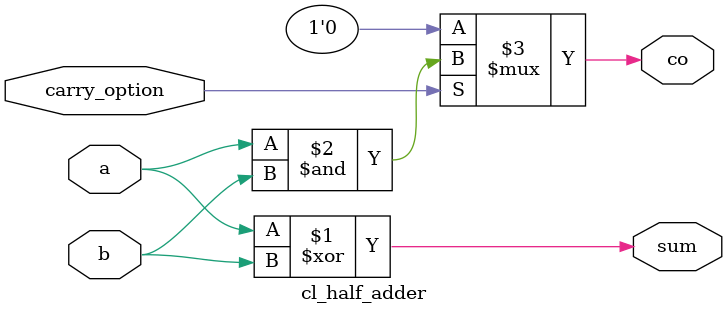
<source format=v>
module cl_half_adder(
    input carry_option,
    input a,
    input b,
    output sum,
    output co
);

assign sum = a ^ b;
assign co = carry_option ? a & b : 1'b0;

endmodule
</source>
